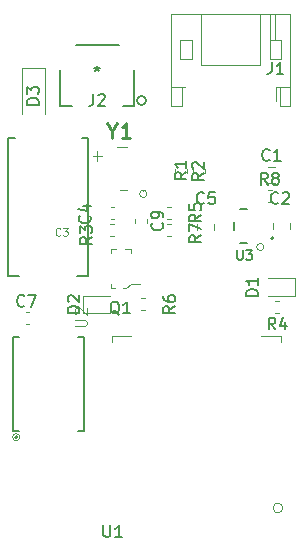
<source format=gbr>
G04 #@! TF.GenerationSoftware,KiCad,Pcbnew,(5.1.5)-3*
G04 #@! TF.CreationDate,2021-08-13T12:39:49-07:00*
G04 #@! TF.ProjectId,Freesk8-Robogotchi-v1.5,46726565-736b-4382-9d52-6f626f676f74,rev?*
G04 #@! TF.SameCoordinates,Original*
G04 #@! TF.FileFunction,Legend,Top*
G04 #@! TF.FilePolarity,Positive*
%FSLAX46Y46*%
G04 Gerber Fmt 4.6, Leading zero omitted, Abs format (unit mm)*
G04 Created by KiCad (PCBNEW (5.1.5)-3) date 2021-08-13 12:39:49*
%MOMM*%
%LPD*%
G04 APERTURE LIST*
%ADD10C,0.120000*%
%ADD11C,0.127000*%
%ADD12C,0.200000*%
%ADD13C,0.152400*%
%ADD14C,0.100000*%
%ADD15C,0.150000*%
%ADD16C,0.015000*%
%ADD17C,0.254000*%
G04 APERTURE END LIST*
D10*
X147900000Y-98500000D02*
G75*
G03X147900000Y-98500000I-300000J0D01*
G01*
X149512311Y-120600000D02*
G75*
G03X149512311Y-120600000I-412311J0D01*
G01*
X127254138Y-114600000D02*
G75*
G03X127254138Y-114600000I-304138J0D01*
G01*
X138016228Y-94000000D02*
G75*
G03X138016228Y-94000000I-316228J0D01*
G01*
D11*
X145870000Y-95250000D02*
X146530000Y-95250000D01*
X145400000Y-97035000D02*
X145400000Y-96365000D01*
X146530000Y-98150000D02*
X145870000Y-98150000D01*
D12*
X148710000Y-97750000D02*
G75*
G03X148710000Y-97750000I-100000J0D01*
G01*
D10*
X129400000Y-83350000D02*
X129400000Y-87250000D01*
X127400000Y-83350000D02*
X127400000Y-87250000D01*
X129400000Y-83350000D02*
X127400000Y-83350000D01*
X148237221Y-94710000D02*
X148562779Y-94710000D01*
X148237221Y-93690000D02*
X148562779Y-93690000D01*
D13*
X137940200Y-86098500D02*
G75*
G03X137940200Y-86098500I-381000J0D01*
G01*
X135962940Y-86603500D02*
X136924200Y-86603500D01*
X130675800Y-83508739D02*
X130675800Y-86603500D01*
X135619559Y-81396500D02*
X131980441Y-81396500D01*
X136924200Y-86603500D02*
X136924200Y-83508739D01*
X130675800Y-86603500D02*
X131637060Y-86603500D01*
D10*
X148303922Y-93110000D02*
X148821078Y-93110000D01*
X148303922Y-91690000D02*
X148821078Y-91690000D01*
D14*
X134975000Y-101950000D02*
X134975000Y-101650000D01*
X135350000Y-101950000D02*
X134975000Y-101950000D01*
X134975000Y-98650000D02*
X135425000Y-98650000D01*
X134975000Y-98950000D02*
X134975000Y-98650000D01*
X134975000Y-98875000D02*
X134975000Y-99000000D01*
X136625000Y-98650000D02*
X136625000Y-99000000D01*
X136150000Y-98650000D02*
X136625000Y-98650000D01*
X136625000Y-101625000D02*
X137400000Y-101625000D01*
X136625000Y-101675000D02*
X136625000Y-101625000D01*
X136250000Y-101950000D02*
X136625000Y-101675000D01*
X135975000Y-101950000D02*
X136250000Y-101950000D01*
D10*
X127737221Y-105010000D02*
X128062779Y-105010000D01*
X127737221Y-103990000D02*
X128062779Y-103990000D01*
D11*
X133050000Y-89250000D02*
X132507000Y-89250000D01*
X133050000Y-100950000D02*
X133050000Y-89250000D01*
X132088000Y-100950000D02*
X133050000Y-100950000D01*
X126250000Y-100950000D02*
X127212000Y-100950000D01*
X126250000Y-89250000D02*
X126250000Y-100950000D01*
X126813000Y-89250000D02*
X126250000Y-89250000D01*
D10*
X136990000Y-96137221D02*
X136990000Y-96462779D01*
X138010000Y-96137221D02*
X138010000Y-96462779D01*
D14*
X137700000Y-93650000D02*
G75*
G02X137700000Y-93750000I0J-50000D01*
G01*
X137700000Y-93750000D02*
G75*
G02X137700000Y-93650000I0J50000D01*
G01*
X137700000Y-93750000D02*
X137700000Y-93750000D01*
X137700000Y-93650000D02*
X137700000Y-93650000D01*
X136300000Y-90000000D02*
X135500000Y-90000000D01*
X136300000Y-93700000D02*
X135700000Y-93700000D01*
D10*
X148960000Y-84960000D02*
X148960000Y-86175000D01*
X148900000Y-81000000D02*
X148900000Y-78740000D01*
X148400000Y-81000000D02*
X148400000Y-78740000D01*
X141800000Y-82600000D02*
X140800000Y-82600000D01*
X141800000Y-81000000D02*
X141800000Y-82600000D01*
X140800000Y-81000000D02*
X141800000Y-81000000D01*
X140800000Y-82600000D02*
X140800000Y-81000000D01*
X148400000Y-82600000D02*
X149400000Y-82600000D01*
X148400000Y-81000000D02*
X148400000Y-82600000D01*
X149400000Y-81000000D02*
X148400000Y-81000000D01*
X149400000Y-82600000D02*
X149400000Y-81000000D01*
X140040000Y-84960000D02*
X140960000Y-84960000D01*
X150160000Y-84960000D02*
X149240000Y-84960000D01*
X142600000Y-83100000D02*
X142600000Y-78740000D01*
X147600000Y-83100000D02*
X142600000Y-83100000D01*
X147600000Y-78740000D02*
X147600000Y-83100000D01*
X140960000Y-84960000D02*
X141240000Y-84960000D01*
X140960000Y-86560000D02*
X140960000Y-84960000D01*
X140040000Y-86560000D02*
X140960000Y-86560000D01*
X140040000Y-78740000D02*
X140040000Y-86560000D01*
X150160000Y-78740000D02*
X140040000Y-78740000D01*
X150160000Y-86560000D02*
X150160000Y-78740000D01*
X149240000Y-86560000D02*
X150160000Y-86560000D01*
X149240000Y-84960000D02*
X149240000Y-86560000D01*
X148960000Y-84960000D02*
X149240000Y-84960000D01*
X143710000Y-97058578D02*
X143710000Y-96541422D01*
X142290000Y-97058578D02*
X142290000Y-96541422D01*
X150110000Y-96958578D02*
X150110000Y-96441422D01*
X148690000Y-96958578D02*
X148690000Y-96441422D01*
X135262779Y-95090000D02*
X134937221Y-95090000D01*
X135262779Y-96110000D02*
X134937221Y-96110000D01*
X137537221Y-103860000D02*
X137862779Y-103860000D01*
X137537221Y-102840000D02*
X137862779Y-102840000D01*
X132615000Y-104085000D02*
X134900000Y-104085000D01*
X132615000Y-102615000D02*
X132615000Y-104085000D01*
X134900000Y-102615000D02*
X132615000Y-102615000D01*
X150535000Y-101165000D02*
X148250000Y-101165000D01*
X150535000Y-102635000D02*
X150535000Y-101165000D01*
X148250000Y-102635000D02*
X150535000Y-102635000D01*
X149212779Y-103090000D02*
X148887221Y-103090000D01*
X149212779Y-104110000D02*
X148887221Y-104110000D01*
D12*
X127050000Y-114600000D02*
G75*
G03X127050000Y-114600000I-100000J0D01*
G01*
X132700000Y-106100000D02*
X132200000Y-106100000D01*
X132700000Y-114100000D02*
X132700000Y-106100000D01*
X132200000Y-114100000D02*
X132700000Y-114100000D01*
X126700000Y-106100000D02*
X127200000Y-106100000D01*
X126700000Y-114100000D02*
X126700000Y-106100000D01*
X127200000Y-114100000D02*
X126700000Y-114100000D01*
D10*
X140062779Y-96590000D02*
X139737221Y-96590000D01*
X140062779Y-97610000D02*
X139737221Y-97610000D01*
X141410000Y-92262779D02*
X141410000Y-91937221D01*
X140390000Y-92262779D02*
X140390000Y-91937221D01*
X142910000Y-92262779D02*
X142910000Y-91937221D01*
X141890000Y-92262779D02*
X141890000Y-91937221D01*
X135250279Y-96590000D02*
X134924721Y-96590000D01*
X135250279Y-97610000D02*
X134924721Y-97610000D01*
X140062779Y-95090000D02*
X139737221Y-95090000D01*
X140062779Y-96110000D02*
X139737221Y-96110000D01*
X135100000Y-106020000D02*
X136700000Y-106020000D01*
X135100000Y-106530000D02*
X135100000Y-106020000D01*
X149400000Y-106020000D02*
X147700000Y-106020000D01*
X149400000Y-106530000D02*
X149400000Y-106020000D01*
D15*
X145650476Y-98769904D02*
X145650476Y-99417523D01*
X145688571Y-99493714D01*
X145726666Y-99531809D01*
X145802857Y-99569904D01*
X145955238Y-99569904D01*
X146031428Y-99531809D01*
X146069523Y-99493714D01*
X146107619Y-99417523D01*
X146107619Y-98769904D01*
X146412380Y-98769904D02*
X146907619Y-98769904D01*
X146640952Y-99074666D01*
X146755238Y-99074666D01*
X146831428Y-99112761D01*
X146869523Y-99150857D01*
X146907619Y-99227047D01*
X146907619Y-99417523D01*
X146869523Y-99493714D01*
X146831428Y-99531809D01*
X146755238Y-99569904D01*
X146526666Y-99569904D01*
X146450476Y-99531809D01*
X146412380Y-99493714D01*
X128852380Y-86438095D02*
X127852380Y-86438095D01*
X127852380Y-86200000D01*
X127900000Y-86057142D01*
X127995238Y-85961904D01*
X128090476Y-85914285D01*
X128280952Y-85866666D01*
X128423809Y-85866666D01*
X128614285Y-85914285D01*
X128709523Y-85961904D01*
X128804761Y-86057142D01*
X128852380Y-86200000D01*
X128852380Y-86438095D01*
X127852380Y-85533333D02*
X127852380Y-84914285D01*
X128233333Y-85247619D01*
X128233333Y-85104761D01*
X128280952Y-85009523D01*
X128328571Y-84961904D01*
X128423809Y-84914285D01*
X128661904Y-84914285D01*
X128757142Y-84961904D01*
X128804761Y-85009523D01*
X128852380Y-85104761D01*
X128852380Y-85390476D01*
X128804761Y-85485714D01*
X128757142Y-85533333D01*
X148233333Y-93222380D02*
X147900000Y-92746190D01*
X147661904Y-93222380D02*
X147661904Y-92222380D01*
X148042857Y-92222380D01*
X148138095Y-92270000D01*
X148185714Y-92317619D01*
X148233333Y-92412857D01*
X148233333Y-92555714D01*
X148185714Y-92650952D01*
X148138095Y-92698571D01*
X148042857Y-92746190D01*
X147661904Y-92746190D01*
X148804761Y-92650952D02*
X148709523Y-92603333D01*
X148661904Y-92555714D01*
X148614285Y-92460476D01*
X148614285Y-92412857D01*
X148661904Y-92317619D01*
X148709523Y-92270000D01*
X148804761Y-92222380D01*
X148995238Y-92222380D01*
X149090476Y-92270000D01*
X149138095Y-92317619D01*
X149185714Y-92412857D01*
X149185714Y-92460476D01*
X149138095Y-92555714D01*
X149090476Y-92603333D01*
X148995238Y-92650952D01*
X148804761Y-92650952D01*
X148709523Y-92698571D01*
X148661904Y-92746190D01*
X148614285Y-92841428D01*
X148614285Y-93031904D01*
X148661904Y-93127142D01*
X148709523Y-93174761D01*
X148804761Y-93222380D01*
X148995238Y-93222380D01*
X149090476Y-93174761D01*
X149138095Y-93127142D01*
X149185714Y-93031904D01*
X149185714Y-92841428D01*
X149138095Y-92746190D01*
X149090476Y-92698571D01*
X148995238Y-92650952D01*
X133466666Y-85550880D02*
X133466666Y-86265166D01*
X133419047Y-86408023D01*
X133323809Y-86503261D01*
X133180952Y-86550880D01*
X133085714Y-86550880D01*
X133895238Y-85646119D02*
X133942857Y-85598500D01*
X134038095Y-85550880D01*
X134276190Y-85550880D01*
X134371428Y-85598500D01*
X134419047Y-85646119D01*
X134466666Y-85741357D01*
X134466666Y-85836595D01*
X134419047Y-85979452D01*
X133847619Y-86550880D01*
X134466666Y-86550880D01*
X133800000Y-83180680D02*
X133800000Y-83418776D01*
X133561904Y-83323538D02*
X133800000Y-83418776D01*
X134038095Y-83323538D01*
X133657142Y-83609252D02*
X133800000Y-83418776D01*
X133942857Y-83609252D01*
X148395833Y-91107142D02*
X148348214Y-91154761D01*
X148205357Y-91202380D01*
X148110119Y-91202380D01*
X147967261Y-91154761D01*
X147872023Y-91059523D01*
X147824404Y-90964285D01*
X147776785Y-90773809D01*
X147776785Y-90630952D01*
X147824404Y-90440476D01*
X147872023Y-90345238D01*
X147967261Y-90250000D01*
X148110119Y-90202380D01*
X148205357Y-90202380D01*
X148348214Y-90250000D01*
X148395833Y-90297619D01*
X149348214Y-91202380D02*
X148776785Y-91202380D01*
X149062500Y-91202380D02*
X149062500Y-90202380D01*
X148967261Y-90345238D01*
X148872023Y-90440476D01*
X148776785Y-90488095D01*
X135679761Y-104222619D02*
X135584523Y-104175000D01*
X135489285Y-104079761D01*
X135346428Y-103936904D01*
X135251190Y-103889285D01*
X135155952Y-103889285D01*
X135203571Y-104127380D02*
X135108333Y-104079761D01*
X135013095Y-103984523D01*
X134965476Y-103794047D01*
X134965476Y-103460714D01*
X135013095Y-103270238D01*
X135108333Y-103175000D01*
X135203571Y-103127380D01*
X135394047Y-103127380D01*
X135489285Y-103175000D01*
X135584523Y-103270238D01*
X135632142Y-103460714D01*
X135632142Y-103794047D01*
X135584523Y-103984523D01*
X135489285Y-104079761D01*
X135394047Y-104127380D01*
X135203571Y-104127380D01*
X136584523Y-104127380D02*
X136013095Y-104127380D01*
X136298809Y-104127380D02*
X136298809Y-103127380D01*
X136203571Y-103270238D01*
X136108333Y-103365476D01*
X136013095Y-103413095D01*
X127633333Y-103457142D02*
X127585714Y-103504761D01*
X127442857Y-103552380D01*
X127347619Y-103552380D01*
X127204761Y-103504761D01*
X127109523Y-103409523D01*
X127061904Y-103314285D01*
X127014285Y-103123809D01*
X127014285Y-102980952D01*
X127061904Y-102790476D01*
X127109523Y-102695238D01*
X127204761Y-102600000D01*
X127347619Y-102552380D01*
X127442857Y-102552380D01*
X127585714Y-102600000D01*
X127633333Y-102647619D01*
X127966666Y-102552380D02*
X128633333Y-102552380D01*
X128204761Y-103552380D01*
D14*
X130693086Y-97479099D02*
X130662540Y-97509646D01*
X130570900Y-97540192D01*
X130509807Y-97540192D01*
X130418167Y-97509646D01*
X130357074Y-97448553D01*
X130326527Y-97387459D01*
X130295980Y-97265273D01*
X130295980Y-97173633D01*
X130326527Y-97051446D01*
X130357074Y-96990353D01*
X130418167Y-96929260D01*
X130509807Y-96898713D01*
X130570900Y-96898713D01*
X130662540Y-96929260D01*
X130693086Y-96959807D01*
X130906913Y-96898713D02*
X131304019Y-96898713D01*
X131090192Y-97143086D01*
X131181832Y-97143086D01*
X131242925Y-97173633D01*
X131273472Y-97204180D01*
X131304019Y-97265273D01*
X131304019Y-97418006D01*
X131273472Y-97479099D01*
X131242925Y-97509646D01*
X131181832Y-97540192D01*
X130998553Y-97540192D01*
X130937459Y-97509646D01*
X130906913Y-97479099D01*
D16*
X133440617Y-90795369D02*
X134208402Y-90795369D01*
X133824510Y-91179261D02*
X133824510Y-90411477D01*
D15*
X139287142Y-96466666D02*
X139334761Y-96514285D01*
X139382380Y-96657142D01*
X139382380Y-96752380D01*
X139334761Y-96895238D01*
X139239523Y-96990476D01*
X139144285Y-97038095D01*
X138953809Y-97085714D01*
X138810952Y-97085714D01*
X138620476Y-97038095D01*
X138525238Y-96990476D01*
X138430000Y-96895238D01*
X138382380Y-96752380D01*
X138382380Y-96657142D01*
X138430000Y-96514285D01*
X138477619Y-96466666D01*
X139382380Y-95990476D02*
X139382380Y-95800000D01*
X139334761Y-95704761D01*
X139287142Y-95657142D01*
X139144285Y-95561904D01*
X138953809Y-95514285D01*
X138572857Y-95514285D01*
X138477619Y-95561904D01*
X138430000Y-95609523D01*
X138382380Y-95704761D01*
X138382380Y-95895238D01*
X138430000Y-95990476D01*
X138477619Y-96038095D01*
X138572857Y-96085714D01*
X138810952Y-96085714D01*
X138906190Y-96038095D01*
X138953809Y-95990476D01*
X139001428Y-95895238D01*
X139001428Y-95704761D01*
X138953809Y-95609523D01*
X138906190Y-95561904D01*
X138810952Y-95514285D01*
D17*
X135095238Y-88669761D02*
X135095238Y-89274523D01*
X134671904Y-88004523D02*
X135095238Y-88669761D01*
X135518571Y-88004523D01*
X136607142Y-89274523D02*
X135881428Y-89274523D01*
X136244285Y-89274523D02*
X136244285Y-88004523D01*
X136123333Y-88185952D01*
X136002380Y-88306904D01*
X135881428Y-88367380D01*
D15*
X148566666Y-82852380D02*
X148566666Y-83566666D01*
X148519047Y-83709523D01*
X148423809Y-83804761D01*
X148280952Y-83852380D01*
X148185714Y-83852380D01*
X149566666Y-83852380D02*
X148995238Y-83852380D01*
X149280952Y-83852380D02*
X149280952Y-82852380D01*
X149185714Y-82995238D01*
X149090476Y-83090476D01*
X148995238Y-83138095D01*
X142833333Y-94757142D02*
X142785714Y-94804761D01*
X142642857Y-94852380D01*
X142547619Y-94852380D01*
X142404761Y-94804761D01*
X142309523Y-94709523D01*
X142261904Y-94614285D01*
X142214285Y-94423809D01*
X142214285Y-94280952D01*
X142261904Y-94090476D01*
X142309523Y-93995238D01*
X142404761Y-93900000D01*
X142547619Y-93852380D01*
X142642857Y-93852380D01*
X142785714Y-93900000D01*
X142833333Y-93947619D01*
X143738095Y-93852380D02*
X143261904Y-93852380D01*
X143214285Y-94328571D01*
X143261904Y-94280952D01*
X143357142Y-94233333D01*
X143595238Y-94233333D01*
X143690476Y-94280952D01*
X143738095Y-94328571D01*
X143785714Y-94423809D01*
X143785714Y-94661904D01*
X143738095Y-94757142D01*
X143690476Y-94804761D01*
X143595238Y-94852380D01*
X143357142Y-94852380D01*
X143261904Y-94804761D01*
X143214285Y-94757142D01*
X149133333Y-94757142D02*
X149085714Y-94804761D01*
X148942857Y-94852380D01*
X148847619Y-94852380D01*
X148704761Y-94804761D01*
X148609523Y-94709523D01*
X148561904Y-94614285D01*
X148514285Y-94423809D01*
X148514285Y-94280952D01*
X148561904Y-94090476D01*
X148609523Y-93995238D01*
X148704761Y-93900000D01*
X148847619Y-93852380D01*
X148942857Y-93852380D01*
X149085714Y-93900000D01*
X149133333Y-93947619D01*
X149514285Y-93947619D02*
X149561904Y-93900000D01*
X149657142Y-93852380D01*
X149895238Y-93852380D01*
X149990476Y-93900000D01*
X150038095Y-93947619D01*
X150085714Y-94042857D01*
X150085714Y-94138095D01*
X150038095Y-94280952D01*
X149466666Y-94852380D01*
X150085714Y-94852380D01*
X133157142Y-95866666D02*
X133204761Y-95914285D01*
X133252380Y-96057142D01*
X133252380Y-96152380D01*
X133204761Y-96295238D01*
X133109523Y-96390476D01*
X133014285Y-96438095D01*
X132823809Y-96485714D01*
X132680952Y-96485714D01*
X132490476Y-96438095D01*
X132395238Y-96390476D01*
X132300000Y-96295238D01*
X132252380Y-96152380D01*
X132252380Y-96057142D01*
X132300000Y-95914285D01*
X132347619Y-95866666D01*
X132585714Y-95009523D02*
X133252380Y-95009523D01*
X132204761Y-95247619D02*
X132919047Y-95485714D01*
X132919047Y-94866666D01*
X140402380Y-103516666D02*
X139926190Y-103850000D01*
X140402380Y-104088095D02*
X139402380Y-104088095D01*
X139402380Y-103707142D01*
X139450000Y-103611904D01*
X139497619Y-103564285D01*
X139592857Y-103516666D01*
X139735714Y-103516666D01*
X139830952Y-103564285D01*
X139878571Y-103611904D01*
X139926190Y-103707142D01*
X139926190Y-104088095D01*
X139402380Y-102659523D02*
X139402380Y-102850000D01*
X139450000Y-102945238D01*
X139497619Y-102992857D01*
X139640476Y-103088095D01*
X139830952Y-103135714D01*
X140211904Y-103135714D01*
X140307142Y-103088095D01*
X140354761Y-103040476D01*
X140402380Y-102945238D01*
X140402380Y-102754761D01*
X140354761Y-102659523D01*
X140307142Y-102611904D01*
X140211904Y-102564285D01*
X139973809Y-102564285D01*
X139878571Y-102611904D01*
X139830952Y-102659523D01*
X139783333Y-102754761D01*
X139783333Y-102945238D01*
X139830952Y-103040476D01*
X139878571Y-103088095D01*
X139973809Y-103135714D01*
X132302380Y-104088095D02*
X131302380Y-104088095D01*
X131302380Y-103850000D01*
X131350000Y-103707142D01*
X131445238Y-103611904D01*
X131540476Y-103564285D01*
X131730952Y-103516666D01*
X131873809Y-103516666D01*
X132064285Y-103564285D01*
X132159523Y-103611904D01*
X132254761Y-103707142D01*
X132302380Y-103850000D01*
X132302380Y-104088095D01*
X131397619Y-103135714D02*
X131350000Y-103088095D01*
X131302380Y-102992857D01*
X131302380Y-102754761D01*
X131350000Y-102659523D01*
X131397619Y-102611904D01*
X131492857Y-102564285D01*
X131588095Y-102564285D01*
X131730952Y-102611904D01*
X132302380Y-103183333D01*
X132302380Y-102564285D01*
X147402380Y-102638095D02*
X146402380Y-102638095D01*
X146402380Y-102400000D01*
X146450000Y-102257142D01*
X146545238Y-102161904D01*
X146640476Y-102114285D01*
X146830952Y-102066666D01*
X146973809Y-102066666D01*
X147164285Y-102114285D01*
X147259523Y-102161904D01*
X147354761Y-102257142D01*
X147402380Y-102400000D01*
X147402380Y-102638095D01*
X147402380Y-101114285D02*
X147402380Y-101685714D01*
X147402380Y-101400000D02*
X146402380Y-101400000D01*
X146545238Y-101495238D01*
X146640476Y-101590476D01*
X146688095Y-101685714D01*
X148883333Y-105482380D02*
X148550000Y-105006190D01*
X148311904Y-105482380D02*
X148311904Y-104482380D01*
X148692857Y-104482380D01*
X148788095Y-104530000D01*
X148835714Y-104577619D01*
X148883333Y-104672857D01*
X148883333Y-104815714D01*
X148835714Y-104910952D01*
X148788095Y-104958571D01*
X148692857Y-105006190D01*
X148311904Y-105006190D01*
X149740476Y-104815714D02*
X149740476Y-105482380D01*
X149502380Y-104434761D02*
X149264285Y-105149047D01*
X149883333Y-105149047D01*
D16*
X131901402Y-105213266D02*
X132712372Y-105213266D01*
X132807781Y-105165562D01*
X132855485Y-105117858D01*
X132903189Y-105022449D01*
X132903189Y-104831633D01*
X132855485Y-104736224D01*
X132807781Y-104688520D01*
X132712372Y-104640816D01*
X131901402Y-104640816D01*
X131996810Y-104211479D02*
X131949106Y-104163775D01*
X131901402Y-104068366D01*
X131901402Y-103829846D01*
X131949106Y-103734437D01*
X131996810Y-103686733D01*
X132092218Y-103639029D01*
X132187627Y-103639029D01*
X132330739Y-103686733D01*
X132903189Y-104259183D01*
X132903189Y-103639029D01*
D15*
X142602380Y-97516666D02*
X142126190Y-97850000D01*
X142602380Y-98088095D02*
X141602380Y-98088095D01*
X141602380Y-97707142D01*
X141650000Y-97611904D01*
X141697619Y-97564285D01*
X141792857Y-97516666D01*
X141935714Y-97516666D01*
X142030952Y-97564285D01*
X142078571Y-97611904D01*
X142126190Y-97707142D01*
X142126190Y-98088095D01*
X141602380Y-97183333D02*
X141602380Y-96516666D01*
X142602380Y-96945238D01*
X141352380Y-92166666D02*
X140876190Y-92500000D01*
X141352380Y-92738095D02*
X140352380Y-92738095D01*
X140352380Y-92357142D01*
X140400000Y-92261904D01*
X140447619Y-92214285D01*
X140542857Y-92166666D01*
X140685714Y-92166666D01*
X140780952Y-92214285D01*
X140828571Y-92261904D01*
X140876190Y-92357142D01*
X140876190Y-92738095D01*
X141352380Y-91214285D02*
X141352380Y-91785714D01*
X141352380Y-91500000D02*
X140352380Y-91500000D01*
X140495238Y-91595238D01*
X140590476Y-91690476D01*
X140638095Y-91785714D01*
X142852380Y-92266666D02*
X142376190Y-92600000D01*
X142852380Y-92838095D02*
X141852380Y-92838095D01*
X141852380Y-92457142D01*
X141900000Y-92361904D01*
X141947619Y-92314285D01*
X142042857Y-92266666D01*
X142185714Y-92266666D01*
X142280952Y-92314285D01*
X142328571Y-92361904D01*
X142376190Y-92457142D01*
X142376190Y-92838095D01*
X141947619Y-91885714D02*
X141900000Y-91838095D01*
X141852380Y-91742857D01*
X141852380Y-91504761D01*
X141900000Y-91409523D01*
X141947619Y-91361904D01*
X142042857Y-91314285D01*
X142138095Y-91314285D01*
X142280952Y-91361904D01*
X142852380Y-91933333D01*
X142852380Y-91314285D01*
X133352380Y-97666666D02*
X132876190Y-98000000D01*
X133352380Y-98238095D02*
X132352380Y-98238095D01*
X132352380Y-97857142D01*
X132400000Y-97761904D01*
X132447619Y-97714285D01*
X132542857Y-97666666D01*
X132685714Y-97666666D01*
X132780952Y-97714285D01*
X132828571Y-97761904D01*
X132876190Y-97857142D01*
X132876190Y-98238095D01*
X132352380Y-97333333D02*
X132352380Y-96714285D01*
X132733333Y-97047619D01*
X132733333Y-96904761D01*
X132780952Y-96809523D01*
X132828571Y-96761904D01*
X132923809Y-96714285D01*
X133161904Y-96714285D01*
X133257142Y-96761904D01*
X133304761Y-96809523D01*
X133352380Y-96904761D01*
X133352380Y-97190476D01*
X133304761Y-97285714D01*
X133257142Y-97333333D01*
X142602380Y-95766666D02*
X142126190Y-96100000D01*
X142602380Y-96338095D02*
X141602380Y-96338095D01*
X141602380Y-95957142D01*
X141650000Y-95861904D01*
X141697619Y-95814285D01*
X141792857Y-95766666D01*
X141935714Y-95766666D01*
X142030952Y-95814285D01*
X142078571Y-95861904D01*
X142126190Y-95957142D01*
X142126190Y-96338095D01*
X141602380Y-94861904D02*
X141602380Y-95338095D01*
X142078571Y-95385714D01*
X142030952Y-95338095D01*
X141983333Y-95242857D01*
X141983333Y-95004761D01*
X142030952Y-94909523D01*
X142078571Y-94861904D01*
X142173809Y-94814285D01*
X142411904Y-94814285D01*
X142507142Y-94861904D01*
X142554761Y-94909523D01*
X142602380Y-95004761D01*
X142602380Y-95242857D01*
X142554761Y-95338095D01*
X142507142Y-95385714D01*
X134338095Y-122052380D02*
X134338095Y-122861904D01*
X134385714Y-122957142D01*
X134433333Y-123004761D01*
X134528571Y-123052380D01*
X134719047Y-123052380D01*
X134814285Y-123004761D01*
X134861904Y-122957142D01*
X134909523Y-122861904D01*
X134909523Y-122052380D01*
X135909523Y-123052380D02*
X135338095Y-123052380D01*
X135623809Y-123052380D02*
X135623809Y-122052380D01*
X135528571Y-122195238D01*
X135433333Y-122290476D01*
X135338095Y-122338095D01*
M02*

</source>
